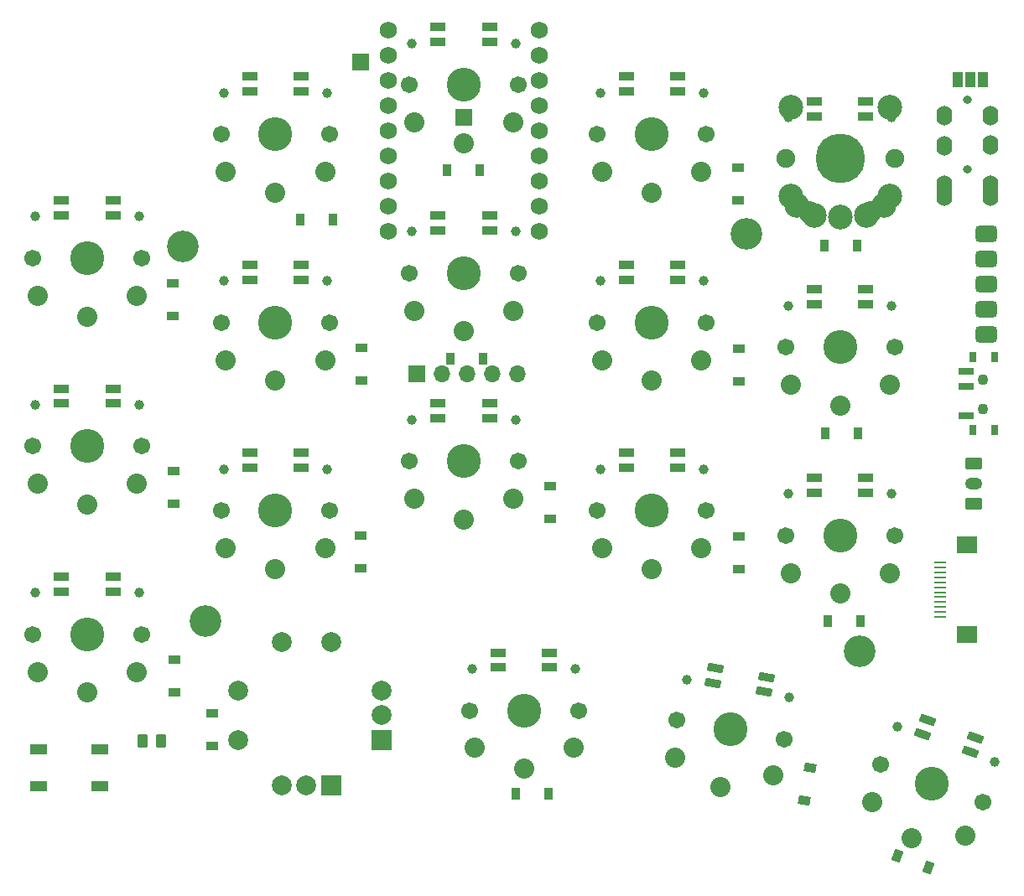
<source format=gbr>
%TF.GenerationSoftware,KiCad,Pcbnew,7.0.9*%
%TF.CreationDate,2023-12-02T05:10:55-05:00*%
%TF.ProjectId,bgkeeb,62676b65-6562-42e6-9b69-6361645f7063,rev?*%
%TF.SameCoordinates,Original*%
%TF.FileFunction,Soldermask,Top*%
%TF.FilePolarity,Negative*%
%FSLAX46Y46*%
G04 Gerber Fmt 4.6, Leading zero omitted, Abs format (unit mm)*
G04 Created by KiCad (PCBNEW 7.0.9) date 2023-12-02 05:10:55*
%MOMM*%
%LPD*%
G01*
G04 APERTURE LIST*
G04 Aperture macros list*
%AMRoundRect*
0 Rectangle with rounded corners*
0 $1 Rounding radius*
0 $2 $3 $4 $5 $6 $7 $8 $9 X,Y pos of 4 corners*
0 Add a 4 corners polygon primitive as box body*
4,1,4,$2,$3,$4,$5,$6,$7,$8,$9,$2,$3,0*
0 Add four circle primitives for the rounded corners*
1,1,$1+$1,$2,$3*
1,1,$1+$1,$4,$5*
1,1,$1+$1,$6,$7*
1,1,$1+$1,$8,$9*
0 Add four rect primitives between the rounded corners*
20,1,$1+$1,$2,$3,$4,$5,0*
20,1,$1+$1,$4,$5,$6,$7,0*
20,1,$1+$1,$6,$7,$8,$9,0*
20,1,$1+$1,$8,$9,$2,$3,0*%
%AMRotRect*
0 Rectangle, with rotation*
0 The origin of the aperture is its center*
0 $1 length*
0 $2 width*
0 $3 Rotation angle, in degrees counterclockwise*
0 Add horizontal line*
21,1,$1,$2,0,0,$3*%
G04 Aperture macros list end*
%ADD10C,1.750000*%
%ADD11R,1.000000X1.500000*%
%ADD12O,1.700000X1.700000*%
%ADD13R,1.700000X1.700000*%
%ADD14R,1.250000X0.280000*%
%ADD15R,2.000000X1.800000*%
%ADD16RoundRect,0.250000X-0.262500X-0.450000X0.262500X-0.450000X0.262500X0.450000X-0.262500X0.450000X0*%
%ADD17C,1.701800*%
%ADD18C,0.990600*%
%ADD19C,3.429000*%
%ADD20C,2.032000*%
%ADD21R,1.800000X1.100000*%
%ADD22R,2.000000X2.000000*%
%ADD23C,2.000000*%
%ADD24C,3.200000*%
%ADD25C,0.800000*%
%ADD26O,1.600000X2.000000*%
%ADD27R,1.200000X0.900000*%
%ADD28R,0.900000X1.200000*%
%ADD29RotRect,0.900000X1.200000X80.000000*%
%ADD30RotRect,0.900000X1.200000X340.000000*%
%ADD31RoundRect,0.250000X-0.625000X0.350000X-0.625000X-0.350000X0.625000X-0.350000X0.625000X0.350000X0*%
%ADD32O,1.750000X1.200000*%
%ADD33C,1.900000*%
%ADD34C,2.500000*%
%ADD35C,2.200000*%
%ADD36C,5.000000*%
%ADD37R,0.800000X1.000000*%
%ADD38C,1.100000*%
%ADD39R,1.500000X0.700000*%
%ADD40RoundRect,0.425000X0.675000X0.425000X-0.675000X0.425000X-0.675000X-0.425000X0.675000X-0.425000X0*%
%ADD41RoundRect,0.425000X0.675000X-0.425000X0.675000X0.425000X-0.675000X0.425000X-0.675000X-0.425000X0*%
%ADD42RoundRect,0.082000X0.718000X-0.328000X0.718000X0.328000X-0.718000X0.328000X-0.718000X-0.328000X0*%
%ADD43RoundRect,0.082000X0.650135X-0.447696X0.764049X0.198338X-0.650135X0.447696X-0.764049X-0.198338X0*%
%ADD44RoundRect,0.082000X0.562517X-0.553790X0.786882X0.062649X-0.562517X0.553790X-0.786882X-0.062649X0*%
G04 APERTURE END LIST*
D10*
%TO.C,U1*%
X91369593Y-34978404D03*
X91369593Y-37518404D03*
X91369593Y-40058404D03*
X91369593Y-42598404D03*
X91369593Y-45138404D03*
X91369593Y-47678404D03*
X91369593Y-50218404D03*
X91369593Y-52758404D03*
X91369593Y-55298404D03*
X106609593Y-55298404D03*
X106609593Y-52758404D03*
X106609593Y-50218404D03*
X106609593Y-47678404D03*
X106609593Y-45138404D03*
X106609593Y-42598404D03*
X106609593Y-40058404D03*
X106609593Y-37518404D03*
X106609593Y-34978404D03*
%TD*%
D11*
%TO.C,JP1*%
X151445193Y-39956804D03*
X150145193Y-39956804D03*
X148845193Y-39956804D03*
%TD*%
D12*
%TO.C,J4*%
X104450593Y-69725604D03*
X101910593Y-69725604D03*
X99370593Y-69725604D03*
X96830593Y-69725604D03*
D13*
X94290593Y-69725604D03*
%TD*%
%TO.C,J3*%
X88600993Y-38255004D03*
%TD*%
%TO.C,J2*%
X99014993Y-43817604D03*
%TD*%
D14*
%TO.C,J5*%
X147071793Y-94274204D03*
X147071793Y-93774204D03*
X147071793Y-93274204D03*
X147071793Y-92774204D03*
X147071793Y-92274204D03*
X147071793Y-91774204D03*
X147071793Y-91274204D03*
X147071793Y-90774204D03*
X147071793Y-90274204D03*
X147071793Y-89774204D03*
X147071793Y-89274204D03*
X147071793Y-88774204D03*
D15*
X149795793Y-86974204D03*
X149795793Y-96074204D03*
%TD*%
D16*
%TO.C,R4*%
X66581093Y-106809604D03*
X68406093Y-106809604D03*
%TD*%
D17*
%TO.C,SW2*%
X74497588Y-45526488D03*
D18*
X74777588Y-41326488D03*
D19*
X79997588Y-45526488D03*
D18*
X85217588Y-41326488D03*
D17*
X85497588Y-45526488D03*
D20*
X79997588Y-51426488D03*
X74997588Y-49326488D03*
X84997588Y-49326488D03*
%TD*%
D17*
%TO.C,SW3*%
X93497587Y-40526488D03*
D18*
X93777587Y-36326488D03*
D19*
X98997587Y-40526488D03*
D18*
X104217587Y-36326488D03*
D17*
X104497587Y-40526488D03*
D20*
X98997587Y-46426488D03*
X93997587Y-44326488D03*
X103997587Y-44326488D03*
%TD*%
D17*
%TO.C,SW4*%
X112497586Y-45526488D03*
D18*
X112777586Y-41326488D03*
D19*
X117997586Y-45526488D03*
D18*
X123217586Y-41326488D03*
D17*
X123497586Y-45526488D03*
D20*
X117997586Y-51426488D03*
X112997586Y-49326488D03*
X122997586Y-49326488D03*
%TD*%
D17*
%TO.C,SW5*%
X131497585Y-48026489D03*
D18*
X131777585Y-43826489D03*
D19*
X136997585Y-48026489D03*
D18*
X142217585Y-43826489D03*
D17*
X142497585Y-48026489D03*
D20*
X136997585Y-53926489D03*
X131997585Y-51826489D03*
X141997585Y-51826489D03*
%TD*%
D17*
%TO.C,SW11*%
X55497589Y-77026486D03*
D18*
X55777589Y-72826486D03*
D19*
X60997589Y-77026486D03*
D18*
X66217589Y-72826486D03*
D17*
X66497589Y-77026486D03*
D20*
X60997589Y-82926486D03*
X55997589Y-80826486D03*
X65997589Y-80826486D03*
%TD*%
D17*
%TO.C,SW12*%
X74497588Y-64526487D03*
D18*
X74777588Y-60326487D03*
D19*
X79997588Y-64526487D03*
D18*
X85217588Y-60326487D03*
D17*
X85497588Y-64526487D03*
D20*
X79997588Y-70426487D03*
X74997588Y-68326487D03*
X84997588Y-68326487D03*
%TD*%
D17*
%TO.C,SW13*%
X93497587Y-59526487D03*
D18*
X93777587Y-55326487D03*
D19*
X98997587Y-59526487D03*
D18*
X104217587Y-55326487D03*
D17*
X104497587Y-59526487D03*
D20*
X98997587Y-65426487D03*
X93997587Y-63326487D03*
X103997587Y-63326487D03*
%TD*%
D17*
%TO.C,SW14*%
X112497586Y-64526487D03*
D18*
X112777586Y-60326487D03*
D19*
X117997586Y-64526487D03*
D18*
X123217586Y-60326487D03*
D17*
X123497586Y-64526487D03*
D20*
X117997586Y-70426487D03*
X112997586Y-68326487D03*
X122997586Y-68326487D03*
%TD*%
D17*
%TO.C,SW15*%
X131497585Y-67026488D03*
D18*
X131777585Y-62826488D03*
D19*
X136997585Y-67026488D03*
D18*
X142217585Y-62826488D03*
D17*
X142497585Y-67026488D03*
D20*
X136997585Y-72926488D03*
X131997585Y-70826488D03*
X141997585Y-70826488D03*
%TD*%
D17*
%TO.C,SW21*%
X55497588Y-96026485D03*
D18*
X55777588Y-91826485D03*
D19*
X60997588Y-96026485D03*
D18*
X66217588Y-91826485D03*
D17*
X66497588Y-96026485D03*
D20*
X60997588Y-101926485D03*
X55997588Y-99826485D03*
X65997588Y-99826485D03*
%TD*%
D17*
%TO.C,SW22*%
X74497587Y-83526486D03*
D18*
X74777587Y-79326486D03*
D19*
X79997587Y-83526486D03*
D18*
X85217587Y-79326486D03*
D17*
X85497587Y-83526486D03*
D20*
X79997587Y-89426486D03*
X74997587Y-87326486D03*
X84997587Y-87326486D03*
%TD*%
D17*
%TO.C,SW23*%
X93497586Y-78526487D03*
D18*
X93777586Y-74326487D03*
D19*
X98997586Y-78526487D03*
D18*
X104217586Y-74326487D03*
D17*
X104497586Y-78526487D03*
D20*
X98997586Y-84426487D03*
X93997586Y-82326487D03*
X103997586Y-82326487D03*
%TD*%
D17*
%TO.C,SW24*%
X112497586Y-83526487D03*
D18*
X112777586Y-79326487D03*
D19*
X117997586Y-83526487D03*
D18*
X123217586Y-79326487D03*
D17*
X123497586Y-83526487D03*
D20*
X117997586Y-89426487D03*
X112997586Y-87326487D03*
X122997586Y-87326487D03*
%TD*%
D17*
%TO.C,SW25*%
X131497585Y-86026487D03*
D18*
X131777585Y-81826487D03*
D19*
X136997585Y-86026487D03*
D18*
X142217585Y-81826487D03*
D17*
X142497585Y-86026487D03*
D20*
X136997585Y-91926487D03*
X131997585Y-89826487D03*
X141997585Y-89826487D03*
%TD*%
D17*
%TO.C,SW34*%
X120547231Y-104685691D03*
D18*
X121552300Y-100598120D03*
D19*
X125963674Y-105640756D03*
D18*
X131833693Y-102411007D03*
D17*
X131380117Y-106595821D03*
D20*
X124939150Y-111451122D03*
X120379772Y-108514785D03*
X130227850Y-110251266D03*
%TD*%
D17*
%TO.C,SW35*%
X141079806Y-109194845D03*
D18*
X142779404Y-105343902D03*
D19*
X146248115Y-111075956D03*
D18*
X152589795Y-108914592D03*
D17*
X151416424Y-112957067D03*
D20*
X144230196Y-116620142D03*
X140249975Y-112936687D03*
X149646902Y-116356889D03*
%TD*%
D21*
%TO.C,SW41*%
X56061193Y-107630804D03*
X62261193Y-111330804D03*
X56061193Y-111330804D03*
X62261193Y-107630804D03*
%TD*%
D17*
%TO.C,SW1*%
X55497589Y-58026487D03*
D18*
X55777589Y-53826487D03*
D19*
X60997589Y-58026487D03*
D18*
X66217589Y-53826487D03*
D17*
X66497589Y-58026487D03*
D20*
X60997589Y-63926487D03*
X55997589Y-61826487D03*
X65997589Y-61826487D03*
%TD*%
D22*
%TO.C,SW42*%
X90741593Y-106693404D03*
D23*
X90741593Y-101693404D03*
X90741593Y-104193404D03*
X76241593Y-101693404D03*
X76241593Y-106693404D03*
%TD*%
D17*
%TO.C,SW6*%
X99578593Y-103714404D03*
D18*
X99858593Y-99514404D03*
D19*
X105078593Y-103714404D03*
D18*
X110298593Y-99514404D03*
D17*
X110578593Y-103714404D03*
D20*
X105078593Y-109614404D03*
X100078593Y-107514404D03*
X110078593Y-107514404D03*
%TD*%
D24*
%TO.C,*%
X138994593Y-97716404D03*
%TD*%
%TO.C,*%
X72954593Y-94668404D03*
%TD*%
D25*
%TO.C,U3*%
X149840393Y-42039404D03*
X149840393Y-49039404D03*
D26*
X147540393Y-51739404D03*
X152140393Y-50639404D03*
X152140393Y-46639404D03*
X152140393Y-43639404D03*
%TD*%
D27*
%TO.C,D7*%
X69665293Y-63857204D03*
X69665293Y-60557204D03*
%TD*%
%TO.C,D8*%
X69677993Y-82869104D03*
X69677993Y-79569104D03*
%TD*%
%TO.C,D9*%
X69779593Y-101919104D03*
X69779593Y-98619104D03*
%TD*%
D28*
%TO.C,D10*%
X85818693Y-54168104D03*
X82518693Y-54168104D03*
%TD*%
D27*
%TO.C,D16*%
X88677193Y-70359604D03*
X88677193Y-67059604D03*
%TD*%
%TO.C,D17*%
X88613693Y-89371504D03*
X88613693Y-86071504D03*
%TD*%
D28*
%TO.C,D18*%
X97326893Y-49100804D03*
X100626893Y-49100804D03*
%TD*%
%TO.C,D19*%
X97631693Y-68201604D03*
X100931693Y-68201604D03*
%TD*%
D27*
%TO.C,D20*%
X107752593Y-84367704D03*
X107752593Y-81067704D03*
%TD*%
D28*
%TO.C,D26*%
X104222993Y-112118204D03*
X107522993Y-112118204D03*
%TD*%
D27*
%TO.C,D27*%
X126726393Y-52160504D03*
X126726393Y-48860504D03*
%TD*%
%TO.C,D28*%
X126802593Y-70448504D03*
X126802593Y-67148504D03*
%TD*%
%TO.C,D29*%
X126739093Y-89396904D03*
X126739093Y-86096904D03*
%TD*%
D29*
%TO.C,D30*%
X133374074Y-112790637D03*
X133947112Y-109540771D03*
%TD*%
D28*
%TO.C,D31*%
X135452293Y-56733504D03*
X138752293Y-56733504D03*
%TD*%
%TO.C,D32*%
X135477693Y-75694604D03*
X138777693Y-75694604D03*
%TD*%
%TO.C,D33*%
X135757093Y-94693804D03*
X139057093Y-94693804D03*
%TD*%
D30*
%TO.C,D36*%
X142778100Y-118424571D03*
X145879086Y-119553237D03*
%TD*%
D27*
%TO.C,D37*%
X73589593Y-107291204D03*
X73589593Y-103991204D03*
%TD*%
D24*
%TO.C,*%
X127564593Y-55552404D03*
%TD*%
D31*
%TO.C,BATJ1*%
X150486993Y-78800004D03*
X150486993Y-82800004D03*
D32*
X150486993Y-80800004D03*
%TD*%
D24*
%TO.C,*%
X70668593Y-56822404D03*
%TD*%
D33*
%TO.C,SW\u002A*%
X131509593Y-47951604D03*
D34*
X132009593Y-42801604D03*
D35*
X133909593Y-53351604D03*
D36*
X137009593Y-47951604D03*
D35*
X140109593Y-53351604D03*
D34*
X142009593Y-42801604D03*
D33*
X142509593Y-47951604D03*
D34*
X134409593Y-53701604D03*
X137009593Y-53851604D03*
X139609593Y-53701604D03*
X132009593Y-51751604D03*
X132609593Y-52651604D03*
X141409593Y-52651604D03*
X142009593Y-51751604D03*
%TD*%
D37*
%TO.C,SW_POWER1*%
X150373793Y-75349204D03*
X152583793Y-75349204D03*
D38*
X151415793Y-73281204D03*
X151415793Y-70281204D03*
D37*
X150373793Y-68049204D03*
X152583793Y-68049204D03*
D39*
X149723793Y-73949204D03*
X149723793Y-70949204D03*
X149723793Y-69449204D03*
%TD*%
D40*
%TO.C,J1*%
X151745393Y-55577804D03*
D41*
X151745393Y-58117804D03*
X151745393Y-60657804D03*
X151745393Y-63197804D03*
X151745393Y-65737804D03*
%TD*%
D25*
%TO.C,U4*%
X149851793Y-49067804D03*
X149851793Y-42067804D03*
D26*
X152151793Y-51767804D03*
X147551793Y-50667804D03*
X147551793Y-46667804D03*
X147551793Y-43667804D03*
%TD*%
D22*
%TO.C,SW7*%
X85614593Y-111312404D03*
D23*
X80614593Y-111312404D03*
X83114593Y-111312404D03*
X80614593Y-96812404D03*
X85614593Y-96812404D03*
%TD*%
D42*
%TO.C,D38*%
X58397589Y-53696488D03*
X58397589Y-52196488D03*
X63597589Y-52196488D03*
X63597589Y-53696488D03*
%TD*%
%TO.C,D39*%
X115397586Y-79196488D03*
X115397586Y-77696488D03*
X120597586Y-77696488D03*
X120597586Y-79196488D03*
%TD*%
%TO.C,D40*%
X58397589Y-72696487D03*
X58397589Y-71196487D03*
X63597589Y-71196487D03*
X63597589Y-72696487D03*
%TD*%
%TO.C,D44*%
X115397586Y-60196488D03*
X115397586Y-58696488D03*
X120597586Y-58696488D03*
X120597586Y-60196488D03*
%TD*%
%TO.C,D58*%
X58397588Y-91696486D03*
X58397588Y-90196486D03*
X63597588Y-90196486D03*
X63597588Y-91696486D03*
%TD*%
%TO.C,D61*%
X115397586Y-41196489D03*
X115397586Y-39696489D03*
X120597586Y-39696489D03*
X120597586Y-41196489D03*
%TD*%
%TO.C,D62*%
X134397585Y-43696490D03*
X134397585Y-42196490D03*
X139597585Y-42196490D03*
X139597585Y-43696490D03*
%TD*%
%TO.C,D63*%
X77397587Y-79196487D03*
X77397587Y-77696487D03*
X82597587Y-77696487D03*
X82597587Y-79196487D03*
%TD*%
%TO.C,D64*%
X134397585Y-62696489D03*
X134397585Y-61196489D03*
X139597585Y-61196489D03*
X139597585Y-62696489D03*
%TD*%
%TO.C,D65*%
X77397588Y-60196488D03*
X77397588Y-58696488D03*
X82597588Y-58696488D03*
X82597588Y-60196488D03*
%TD*%
%TO.C,D66*%
X134397585Y-81696488D03*
X134397585Y-80196488D03*
X139597585Y-80196488D03*
X139597585Y-81696488D03*
%TD*%
%TO.C,D67*%
X77397588Y-41196489D03*
X77397588Y-39696489D03*
X82597588Y-39696489D03*
X82597588Y-41196489D03*
%TD*%
%TO.C,D68*%
X102478593Y-99384405D03*
X102478593Y-97884405D03*
X107678593Y-97884405D03*
X107678593Y-99384405D03*
%TD*%
%TO.C,D69*%
X96397587Y-36196489D03*
X96397587Y-34696489D03*
X101597587Y-34696489D03*
X101597587Y-36196489D03*
%TD*%
%TO.C,D70*%
X96397587Y-55196488D03*
X96397587Y-53696488D03*
X101597587Y-53696488D03*
X101597587Y-55196488D03*
%TD*%
D43*
%TO.C,D71*%
X124155070Y-100925054D03*
X124415543Y-99447843D03*
X129536543Y-100350813D03*
X129276071Y-101828025D03*
%TD*%
D42*
%TO.C,D72*%
X96397586Y-74196488D03*
X96397586Y-72696488D03*
X101597586Y-72696488D03*
X101597586Y-74196488D03*
%TD*%
D44*
%TO.C,D73*%
X145285861Y-106117836D03*
X145798891Y-104708297D03*
X150685293Y-106486801D03*
X150172263Y-107896340D03*
%TD*%
M02*

</source>
